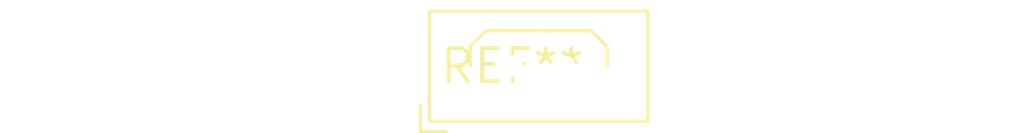
<source format=kicad_pcb>
(kicad_pcb (version 20240108) (generator pcbnew)
  (layers (0 "F.Cu" signal) (31 "B.Cu" signal) (34 "B.Paste" user) (35 "F.Paste" user) (36 "B.SilkS" user "B.Silkscreen") (37 "F.SilkS" user "F.Silkscreen") (38 "B.Mask" user) (39 "F.Mask" user) (44 "Edge.Cuts" user))
  (net 0 "")
  (footprint "Harwin_LTek-Male_02_P2.00mm_Vertical" (layer "F.Cu") (at 0 0)
    (property "Reference" "REF**")
    (property "Value" "Harwin_LTek-Male_02_P2.00mm_Vertical")
    (fp_line (start -3.5 1.5) (end -3.5 2.5) (layer "F.SilkS") (stroke (width 0.12)))
    (fp_line (start -3.5 2.5) (end -2.5 2.5) (layer "F.SilkS") (stroke (width 0.12)))
    (fp_line (start -3.15 -2.1) (end -3.15 2.1) (layer "F.SilkS") (stroke (width 0.12)))
    (fp_line (start -3.15 2.1) (end 5.15 2.1) (layer "F.SilkS") (stroke (width 0.12)))
    (fp_line (start -1.6 -0.75) (end -1 -1.35) (layer "F.SilkS") (stroke (width 0.12)))
    (fp_line (start -1.6 0) (end -1.6 -0.75) (layer "F.SilkS") (stroke (width 0.12)))
    (fp_line (start -1 -1.35) (end 1 -1.35) (layer "F.SilkS") (stroke (width 0.12)))
    (fp_line (start 3 -1.35) (end 1 -1.35) (layer "F.SilkS") (stroke (width 0.12)))
    (fp_line (start 3.6 -0.75) (end 3 -1.35) (layer "F.SilkS") (stroke (width 0.12)))
    (fp_line (start 3.6 0) (end 3.6 -0.75) (layer "F.SilkS") (stroke (width 0.12)))
    (fp_line (start 5.15 -2.1) (end -3.15 -2.1) (layer "F.SilkS") (stroke (width 0.12)))
    (fp_line (start 5.15 2.1) (end 5.15 -2.1) (layer "F.SilkS") (stroke (width 0.12)))
    (pad "1" thru_hole rect (at 0 0) (size 1.35 1.35) (drill 0.8) (layers *.Cu *.Mask) (remove_unused_layers))
    (pad "2" thru_hole circle (at 2 0) (size 1.35 1.35) (drill 0.8) (layers *.Cu *.Mask) (remove_unused_layers))
  )
)
</source>
